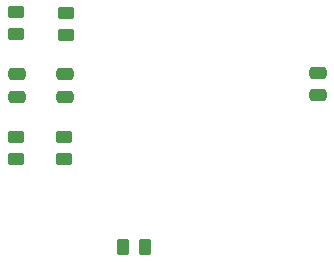
<source format=gbr>
%TF.GenerationSoftware,KiCad,Pcbnew,(6.0.4)*%
%TF.CreationDate,2022-07-20T14:34:23+01:00*%
%TF.ProjectId,_autosave-CameraIntervalometer,5f617574-6f73-4617-9665-2d43616d6572,rev?*%
%TF.SameCoordinates,Original*%
%TF.FileFunction,Paste,Top*%
%TF.FilePolarity,Positive*%
%FSLAX46Y46*%
G04 Gerber Fmt 4.6, Leading zero omitted, Abs format (unit mm)*
G04 Created by KiCad (PCBNEW (6.0.4)) date 2022-07-20 14:34:23*
%MOMM*%
%LPD*%
G01*
G04 APERTURE LIST*
G04 Aperture macros list*
%AMRoundRect*
0 Rectangle with rounded corners*
0 $1 Rounding radius*
0 $2 $3 $4 $5 $6 $7 $8 $9 X,Y pos of 4 corners*
0 Add a 4 corners polygon primitive as box body*
4,1,4,$2,$3,$4,$5,$6,$7,$8,$9,$2,$3,0*
0 Add four circle primitives for the rounded corners*
1,1,$1+$1,$2,$3*
1,1,$1+$1,$4,$5*
1,1,$1+$1,$6,$7*
1,1,$1+$1,$8,$9*
0 Add four rect primitives between the rounded corners*
20,1,$1+$1,$2,$3,$4,$5,0*
20,1,$1+$1,$4,$5,$6,$7,0*
20,1,$1+$1,$6,$7,$8,$9,0*
20,1,$1+$1,$8,$9,$2,$3,0*%
G04 Aperture macros list end*
%ADD10RoundRect,0.250000X0.450000X-0.262500X0.450000X0.262500X-0.450000X0.262500X-0.450000X-0.262500X0*%
%ADD11RoundRect,0.250000X-0.450000X0.262500X-0.450000X-0.262500X0.450000X-0.262500X0.450000X0.262500X0*%
%ADD12RoundRect,0.250000X-0.475000X0.250000X-0.475000X-0.250000X0.475000X-0.250000X0.475000X0.250000X0*%
%ADD13RoundRect,0.250000X0.262500X0.450000X-0.262500X0.450000X-0.262500X-0.450000X0.262500X-0.450000X0*%
G04 APERTURE END LIST*
D10*
%TO.C,R4*%
X152570000Y-76950000D03*
X152570000Y-75125000D03*
%TD*%
D11*
%TO.C,R2*%
X156800000Y-75187500D03*
X156800000Y-77012500D03*
%TD*%
D12*
%TO.C,C1*%
X156680000Y-80362500D03*
X156680000Y-82262500D03*
%TD*%
D10*
%TO.C,R1*%
X156650000Y-87500000D03*
X156650000Y-85675000D03*
%TD*%
D12*
%TO.C,C2*%
X152600000Y-80362500D03*
X152600000Y-82262500D03*
%TD*%
%TO.C,C3*%
X178100000Y-80250000D03*
X178100000Y-82150000D03*
%TD*%
D10*
%TO.C,R3*%
X152570000Y-87500000D03*
X152570000Y-85675000D03*
%TD*%
D13*
%TO.C,R5*%
X163472500Y-95030000D03*
X161647500Y-95030000D03*
%TD*%
M02*

</source>
